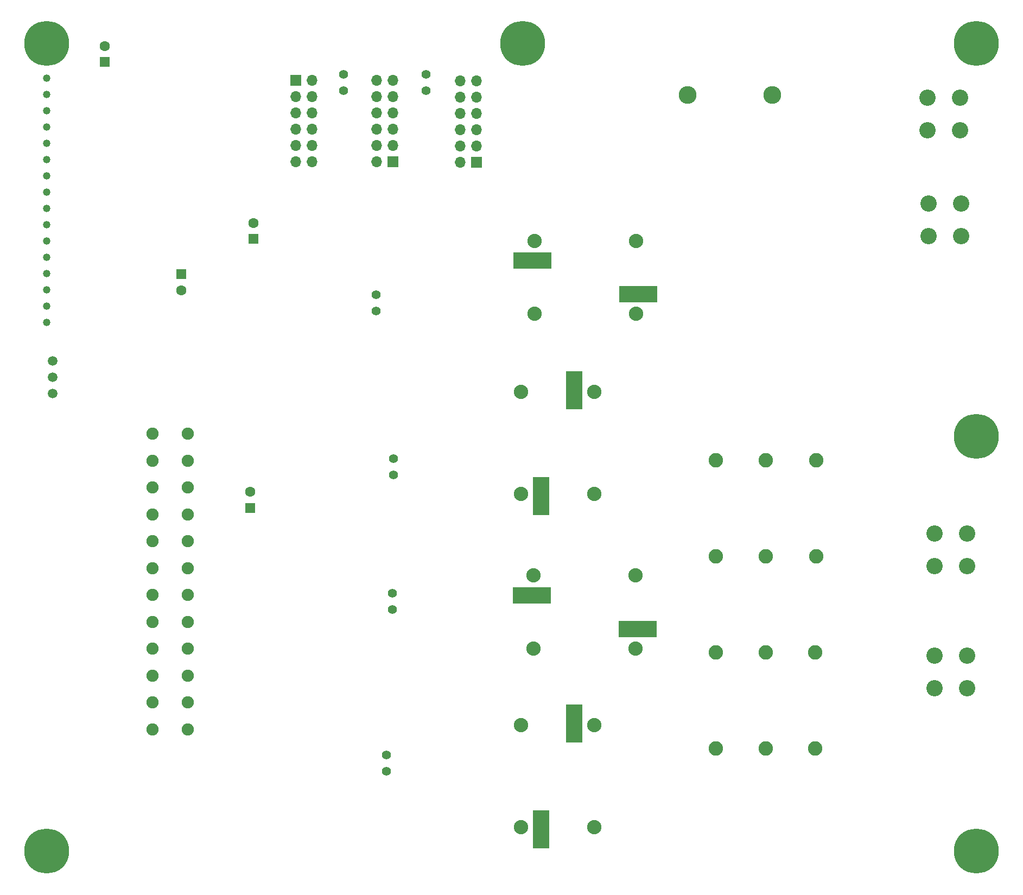
<source format=gbr>
%TF.GenerationSoftware,KiCad,Pcbnew,7.0.5*%
%TF.CreationDate,2023-09-24T16:41:28-07:00*%
%TF.ProjectId,FullSchematic,46756c6c-5363-4686-956d-617469632e6b,rev?*%
%TF.SameCoordinates,Original*%
%TF.FileFunction,Soldermask,Bot*%
%TF.FilePolarity,Negative*%
%FSLAX46Y46*%
G04 Gerber Fmt 4.6, Leading zero omitted, Abs format (unit mm)*
G04 Created by KiCad (PCBNEW 7.0.5) date 2023-09-24 16:41:28*
%MOMM*%
%LPD*%
G01*
G04 APERTURE LIST*
%ADD10C,2.240000*%
%ADD11R,6.000000X2.500000*%
%ADD12C,3.900000*%
%ADD13C,7.000000*%
%ADD14C,1.400000*%
%ADD15C,2.780000*%
%ADD16C,1.905000*%
%ADD17C,2.250000*%
%ADD18C,2.550000*%
%ADD19C,1.180000*%
%ADD20R,1.700000X1.700000*%
%ADD21O,1.700000X1.700000*%
%ADD22R,1.600000X1.600000*%
%ADD23C,1.600000*%
%ADD24R,2.500000X6.000000*%
%ADD25C,1.500000*%
G04 APERTURE END LIST*
D10*
%TO.C,L1*%
X141060000Y-59803000D03*
X141060000Y-71183000D03*
X156960000Y-59803000D03*
X156960000Y-71183000D03*
D11*
X140785000Y-62878000D03*
X157295000Y-68108000D03*
%TD*%
D12*
%TO.C,REF\u002A\u002A*%
X210000000Y-29000000D03*
D13*
X210000000Y-29000000D03*
%TD*%
D14*
%TO.C,TP6*%
X118913000Y-117250000D03*
X118913000Y-114710000D03*
%TD*%
%TO.C,TP2*%
X124140000Y-36380000D03*
X124140000Y-33840000D03*
%TD*%
D15*
%TO.C,J1*%
X178140000Y-37000000D03*
X165000000Y-37000000D03*
%TD*%
D16*
%TO.C,J2*%
X87011800Y-89881000D03*
X87011800Y-94072000D03*
X87011800Y-98263000D03*
X87011800Y-102454000D03*
X87011800Y-106645000D03*
X87011800Y-110836000D03*
X87011800Y-115027000D03*
X87011800Y-119218000D03*
X87011800Y-123409000D03*
X87011800Y-127600000D03*
X87011800Y-131791000D03*
X87011800Y-135982000D03*
X81500000Y-89881000D03*
X81500000Y-94072000D03*
X81500000Y-98263000D03*
X81500000Y-102454000D03*
X81500000Y-106645000D03*
X81500000Y-110836000D03*
X81500000Y-115027000D03*
X81500000Y-119218000D03*
X81500000Y-123409000D03*
X81500000Y-127600000D03*
X81500000Y-131791000D03*
X81500000Y-135982000D03*
%TD*%
D17*
%TO.C,C13*%
X177200000Y-94000000D03*
X177200000Y-109000000D03*
%TD*%
D12*
%TO.C,REF\u002A\u002A*%
X139250000Y-29000000D03*
D13*
X139250000Y-29000000D03*
%TD*%
D18*
%TO.C,J4*%
X203460000Y-129540000D03*
X203460000Y-124460000D03*
X208540000Y-129540000D03*
X208540000Y-124460000D03*
%TD*%
D19*
%TO.C,J10*%
X65000000Y-34360000D03*
X65000000Y-36900000D03*
X65000000Y-39440000D03*
X65000000Y-41980000D03*
X65000000Y-44520000D03*
X65000000Y-47060000D03*
X65000000Y-49600000D03*
X65000000Y-52140000D03*
X65000000Y-54680000D03*
X65000000Y-57220000D03*
X65000000Y-59760000D03*
X65000000Y-62300000D03*
X65000000Y-64840000D03*
X65000000Y-67380000D03*
X65000000Y-69920000D03*
X65000000Y-72460000D03*
%TD*%
D17*
%TO.C,C15*%
X169400000Y-94000000D03*
X169400000Y-109000000D03*
%TD*%
D20*
%TO.C,J5*%
X119000000Y-47460000D03*
D21*
X119000000Y-44920000D03*
X119000000Y-42380000D03*
X119000000Y-39840000D03*
X119000000Y-37300000D03*
X119000000Y-34760000D03*
X116460000Y-47460000D03*
X116460000Y-44920000D03*
X116460000Y-42380000D03*
X116460000Y-39840000D03*
X116460000Y-37300000D03*
X116460000Y-34760000D03*
%TD*%
D14*
%TO.C,TP1*%
X111308000Y-36380000D03*
X111308000Y-33840000D03*
%TD*%
D22*
%TO.C,C11*%
X97250000Y-59500000D03*
D23*
X97250000Y-57000000D03*
%TD*%
D18*
%TO.C,J8*%
X202562000Y-59080000D03*
X202562000Y-54000000D03*
X207642000Y-59080000D03*
X207642000Y-54000000D03*
%TD*%
D17*
%TO.C,C18*%
X177190000Y-139005000D03*
X177190000Y-124005000D03*
%TD*%
D10*
%TO.C,L4*%
X150380000Y-135330002D03*
X139000000Y-135330002D03*
X150380000Y-151230002D03*
X139000000Y-151230002D03*
D24*
X147305000Y-135055002D03*
X142075000Y-151565002D03*
%TD*%
D14*
%TO.C,TP4*%
X118000000Y-140000000D03*
X118000000Y-142540000D03*
%TD*%
D18*
%TO.C,J7*%
X202412000Y-42540000D03*
X202412000Y-37460000D03*
X207492000Y-42540000D03*
X207492000Y-37460000D03*
%TD*%
D14*
%TO.C,TP5*%
X119113000Y-93750000D03*
X119113000Y-96290000D03*
%TD*%
D17*
%TO.C,C16*%
X169400000Y-139005000D03*
X169400000Y-124005000D03*
%TD*%
D22*
%TO.C,C12*%
X96750000Y-101432380D03*
D23*
X96750000Y-98932380D03*
%TD*%
D25*
%TO.C,RV1*%
X65920000Y-78500000D03*
X65920000Y-81040000D03*
X65920000Y-83580000D03*
%TD*%
D12*
%TO.C,REF\u002A\u002A*%
X65000000Y-155000000D03*
D13*
X65000000Y-155000000D03*
%TD*%
D17*
%TO.C,C17*%
X185000000Y-94000000D03*
X185000000Y-109000000D03*
%TD*%
D12*
%TO.C,REF\u002A\u002A*%
X210000000Y-155000000D03*
D13*
X210000000Y-155000000D03*
%TD*%
D10*
%TO.C,L3*%
X150380000Y-83330002D03*
X139000000Y-83330002D03*
X150380000Y-99230002D03*
X139000000Y-99230002D03*
D24*
X147305000Y-83055002D03*
X142075000Y-99565002D03*
%TD*%
D10*
%TO.C,L2*%
X140933000Y-111995002D03*
X140933000Y-123375002D03*
X156833000Y-111995002D03*
X156833000Y-123375002D03*
D11*
X140658000Y-115070002D03*
X157168000Y-120300002D03*
%TD*%
D12*
%TO.C,REF\u002A\u002A*%
X65000000Y-29000000D03*
D13*
X65000000Y-29000000D03*
%TD*%
D14*
%TO.C,TP3*%
X116377000Y-70737000D03*
X116377000Y-68197000D03*
%TD*%
D17*
%TO.C,C14*%
X184894000Y-139005000D03*
X184894000Y-124005000D03*
%TD*%
D20*
%TO.C,J6*%
X132000000Y-47540000D03*
D21*
X132000000Y-45000000D03*
X132000000Y-42460000D03*
X132000000Y-39920000D03*
X132000000Y-37380000D03*
X132000000Y-34840000D03*
X129460000Y-47540000D03*
X129460000Y-45000000D03*
X129460000Y-42460000D03*
X129460000Y-39920000D03*
X129460000Y-37380000D03*
X129460000Y-34840000D03*
%TD*%
D18*
%TO.C,J3*%
X203460000Y-110540000D03*
X203460000Y-105460000D03*
X208540000Y-110540000D03*
X208540000Y-105460000D03*
%TD*%
D22*
%TO.C,C2*%
X74000000Y-31900000D03*
D23*
X74000000Y-29400000D03*
%TD*%
D22*
%TO.C,C1*%
X86000000Y-65000000D03*
D23*
X86000000Y-67500000D03*
%TD*%
D12*
%TO.C,REF\u002A\u002A*%
X210000000Y-90250000D03*
D13*
X210000000Y-90250000D03*
%TD*%
D20*
%TO.C,J9*%
X103840000Y-34760000D03*
D21*
X103840000Y-37300000D03*
X103840000Y-39840000D03*
X103840000Y-42380000D03*
X103840000Y-44920000D03*
X103840000Y-47460000D03*
X106380000Y-34760000D03*
X106380000Y-37300000D03*
X106380000Y-39840000D03*
X106380000Y-42380000D03*
X106380000Y-44920000D03*
X106380000Y-47460000D03*
%TD*%
M02*

</source>
